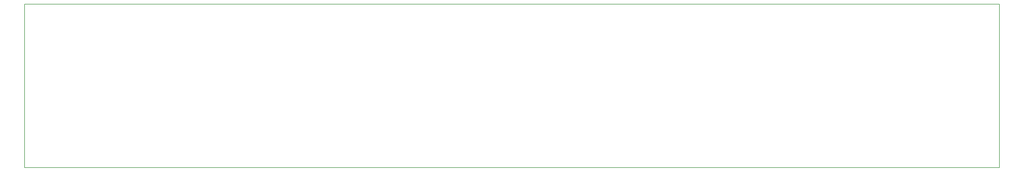
<source format=gbr>
G04 #@! TF.FileFunction,Profile,NP*
%FSLAX46Y46*%
G04 Gerber Fmt 4.6, Leading zero omitted, Abs format (unit mm)*
G04 Created by KiCad (PCBNEW 4.0.6) date 06/29/17 23:58:37*
%MOMM*%
%LPD*%
G01*
G04 APERTURE LIST*
%ADD10C,0.100000*%
%ADD11C,0.150000*%
G04 APERTURE END LIST*
D10*
D11*
X180187600Y-73964800D02*
X185674000Y-73964800D01*
X180192680Y-20878800D02*
X185679080Y-20878800D01*
X185592720Y-20878800D02*
X185643520Y-20878800D01*
X185592720Y-73964800D02*
X340786720Y-73964800D01*
X340786720Y-73964800D02*
X340786720Y-20878800D01*
X185592720Y-20878800D02*
X340786720Y-20878800D01*
X24993600Y-20878800D02*
X180187600Y-20878800D01*
X24993600Y-73964800D02*
X180187600Y-73964800D01*
X24993600Y-72948800D02*
X24993600Y-73964800D01*
X24993600Y-72440800D02*
X24993600Y-72948800D01*
X24993600Y-62992000D02*
X24993600Y-72440800D01*
X24993600Y-20878800D02*
X25044400Y-20878800D01*
X24993600Y-62992000D02*
X24993600Y-20878800D01*
M02*

</source>
